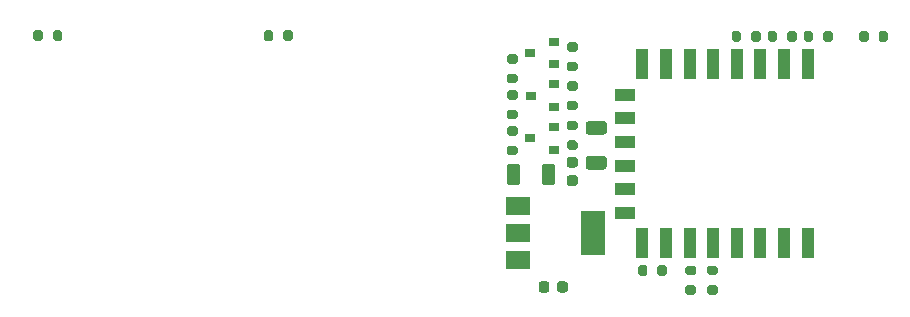
<source format=gbr>
%TF.GenerationSoftware,KiCad,Pcbnew,(5.1.9-0-10_14)*%
%TF.CreationDate,2021-01-02T21:25:14+01:00*%
%TF.ProjectId,diyscip-v2,64697973-6369-4702-9d76-322e6b696361,1.0*%
%TF.SameCoordinates,Original*%
%TF.FileFunction,Paste,Top*%
%TF.FilePolarity,Positive*%
%FSLAX46Y46*%
G04 Gerber Fmt 4.6, Leading zero omitted, Abs format (unit mm)*
G04 Created by KiCad (PCBNEW (5.1.9-0-10_14)) date 2021-01-02 21:25:14*
%MOMM*%
%LPD*%
G01*
G04 APERTURE LIST*
%ADD10R,1.000000X2.500000*%
%ADD11R,1.800000X1.000000*%
%ADD12R,2.000000X1.500000*%
%ADD13R,2.000000X3.800000*%
%ADD14R,0.900000X0.800000*%
G04 APERTURE END LIST*
%TO.C,TH1*%
G36*
G01*
X188804500Y-83672000D02*
X188804500Y-84222000D01*
G75*
G02*
X188604500Y-84422000I-200000J0D01*
G01*
X188204500Y-84422000D01*
G75*
G02*
X188004500Y-84222000I0J200000D01*
G01*
X188004500Y-83672000D01*
G75*
G02*
X188204500Y-83472000I200000J0D01*
G01*
X188604500Y-83472000D01*
G75*
G02*
X188804500Y-83672000I0J-200000D01*
G01*
G37*
G36*
G01*
X190454500Y-83672000D02*
X190454500Y-84222000D01*
G75*
G02*
X190254500Y-84422000I-200000J0D01*
G01*
X189854500Y-84422000D01*
G75*
G02*
X189654500Y-84222000I0J200000D01*
G01*
X189654500Y-83672000D01*
G75*
G02*
X189854500Y-83472000I200000J0D01*
G01*
X190254500Y-83472000D01*
G75*
G02*
X190454500Y-83672000I0J-200000D01*
G01*
G37*
%TD*%
%TO.C,R7*%
G36*
G01*
X197401500Y-84222000D02*
X197401500Y-83672000D01*
G75*
G02*
X197601500Y-83472000I200000J0D01*
G01*
X198001500Y-83472000D01*
G75*
G02*
X198201500Y-83672000I0J-200000D01*
G01*
X198201500Y-84222000D01*
G75*
G02*
X198001500Y-84422000I-200000J0D01*
G01*
X197601500Y-84422000D01*
G75*
G02*
X197401500Y-84222000I0J200000D01*
G01*
G37*
G36*
G01*
X195751500Y-84222000D02*
X195751500Y-83672000D01*
G75*
G02*
X195951500Y-83472000I200000J0D01*
G01*
X196351500Y-83472000D01*
G75*
G02*
X196551500Y-83672000I0J-200000D01*
G01*
X196551500Y-84222000D01*
G75*
G02*
X196351500Y-84422000I-200000J0D01*
G01*
X195951500Y-84422000D01*
G75*
G02*
X195751500Y-84222000I0J200000D01*
G01*
G37*
%TD*%
D10*
%TO.C,U2*%
X191388000Y-101473000D03*
X189388000Y-101473000D03*
X187388000Y-101473000D03*
X185388000Y-101473000D03*
X183388000Y-101473000D03*
X181388000Y-101473000D03*
X179388000Y-101473000D03*
X177388000Y-101473000D03*
D11*
X175888000Y-98873000D03*
X175888000Y-96873000D03*
X175888000Y-94873000D03*
X175888000Y-92873000D03*
X175888000Y-90873000D03*
X175888000Y-88873000D03*
D10*
X177388000Y-86273000D03*
X179388000Y-86273000D03*
X181388000Y-86273000D03*
X183388000Y-86273000D03*
X185388000Y-86273000D03*
X187388000Y-86273000D03*
X189388000Y-86273000D03*
X191388000Y-86273000D03*
%TD*%
%TO.C,R14*%
G36*
G01*
X145333000Y-84158500D02*
X145333000Y-83608500D01*
G75*
G02*
X145533000Y-83408500I200000J0D01*
G01*
X145933000Y-83408500D01*
G75*
G02*
X146133000Y-83608500I0J-200000D01*
G01*
X146133000Y-84158500D01*
G75*
G02*
X145933000Y-84358500I-200000J0D01*
G01*
X145533000Y-84358500D01*
G75*
G02*
X145333000Y-84158500I0J200000D01*
G01*
G37*
G36*
G01*
X146983000Y-84158500D02*
X146983000Y-83608500D01*
G75*
G02*
X147183000Y-83408500I200000J0D01*
G01*
X147583000Y-83408500D01*
G75*
G02*
X147783000Y-83608500I0J-200000D01*
G01*
X147783000Y-84158500D01*
G75*
G02*
X147583000Y-84358500I-200000J0D01*
G01*
X147183000Y-84358500D01*
G75*
G02*
X146983000Y-84158500I0J200000D01*
G01*
G37*
%TD*%
%TO.C,R12*%
G36*
G01*
X181758000Y-104160000D02*
X181208000Y-104160000D01*
G75*
G02*
X181008000Y-103960000I0J200000D01*
G01*
X181008000Y-103560000D01*
G75*
G02*
X181208000Y-103360000I200000J0D01*
G01*
X181758000Y-103360000D01*
G75*
G02*
X181958000Y-103560000I0J-200000D01*
G01*
X181958000Y-103960000D01*
G75*
G02*
X181758000Y-104160000I-200000J0D01*
G01*
G37*
G36*
G01*
X181758000Y-105810000D02*
X181208000Y-105810000D01*
G75*
G02*
X181008000Y-105610000I0J200000D01*
G01*
X181008000Y-105210000D01*
G75*
G02*
X181208000Y-105010000I200000J0D01*
G01*
X181758000Y-105010000D01*
G75*
G02*
X181958000Y-105210000I0J-200000D01*
G01*
X181958000Y-105610000D01*
G75*
G02*
X181758000Y-105810000I-200000J0D01*
G01*
G37*
%TD*%
%TO.C,R11*%
G36*
G01*
X183599500Y-104159000D02*
X183049500Y-104159000D01*
G75*
G02*
X182849500Y-103959000I0J200000D01*
G01*
X182849500Y-103559000D01*
G75*
G02*
X183049500Y-103359000I200000J0D01*
G01*
X183599500Y-103359000D01*
G75*
G02*
X183799500Y-103559000I0J-200000D01*
G01*
X183799500Y-103959000D01*
G75*
G02*
X183599500Y-104159000I-200000J0D01*
G01*
G37*
G36*
G01*
X183599500Y-105809000D02*
X183049500Y-105809000D01*
G75*
G02*
X182849500Y-105609000I0J200000D01*
G01*
X182849500Y-105209000D01*
G75*
G02*
X183049500Y-105009000I200000J0D01*
G01*
X183599500Y-105009000D01*
G75*
G02*
X183799500Y-105209000I0J-200000D01*
G01*
X183799500Y-105609000D01*
G75*
G02*
X183599500Y-105809000I-200000J0D01*
G01*
G37*
%TD*%
%TO.C,R9*%
G36*
G01*
X191852500Y-83672000D02*
X191852500Y-84222000D01*
G75*
G02*
X191652500Y-84422000I-200000J0D01*
G01*
X191252500Y-84422000D01*
G75*
G02*
X191052500Y-84222000I0J200000D01*
G01*
X191052500Y-83672000D01*
G75*
G02*
X191252500Y-83472000I200000J0D01*
G01*
X191652500Y-83472000D01*
G75*
G02*
X191852500Y-83672000I0J-200000D01*
G01*
G37*
G36*
G01*
X193502500Y-83672000D02*
X193502500Y-84222000D01*
G75*
G02*
X193302500Y-84422000I-200000J0D01*
G01*
X192902500Y-84422000D01*
G75*
G02*
X192702500Y-84222000I0J200000D01*
G01*
X192702500Y-83672000D01*
G75*
G02*
X192902500Y-83472000I200000J0D01*
G01*
X193302500Y-83472000D01*
G75*
G02*
X193502500Y-83672000I0J-200000D01*
G01*
G37*
%TD*%
%TO.C,R8*%
G36*
G01*
X186606500Y-84222000D02*
X186606500Y-83672000D01*
G75*
G02*
X186806500Y-83472000I200000J0D01*
G01*
X187206500Y-83472000D01*
G75*
G02*
X187406500Y-83672000I0J-200000D01*
G01*
X187406500Y-84222000D01*
G75*
G02*
X187206500Y-84422000I-200000J0D01*
G01*
X186806500Y-84422000D01*
G75*
G02*
X186606500Y-84222000I0J200000D01*
G01*
G37*
G36*
G01*
X184956500Y-84222000D02*
X184956500Y-83672000D01*
G75*
G02*
X185156500Y-83472000I200000J0D01*
G01*
X185556500Y-83472000D01*
G75*
G02*
X185756500Y-83672000I0J-200000D01*
G01*
X185756500Y-84222000D01*
G75*
G02*
X185556500Y-84422000I-200000J0D01*
G01*
X185156500Y-84422000D01*
G75*
G02*
X184956500Y-84222000I0J200000D01*
G01*
G37*
%TD*%
%TO.C,C3*%
G36*
G01*
X169524500Y-104906000D02*
X169524500Y-105406000D01*
G75*
G02*
X169299500Y-105631000I-225000J0D01*
G01*
X168849500Y-105631000D01*
G75*
G02*
X168624500Y-105406000I0J225000D01*
G01*
X168624500Y-104906000D01*
G75*
G02*
X168849500Y-104681000I225000J0D01*
G01*
X169299500Y-104681000D01*
G75*
G02*
X169524500Y-104906000I0J-225000D01*
G01*
G37*
G36*
G01*
X171074500Y-104906000D02*
X171074500Y-105406000D01*
G75*
G02*
X170849500Y-105631000I-225000J0D01*
G01*
X170399500Y-105631000D01*
G75*
G02*
X170174500Y-105406000I0J225000D01*
G01*
X170174500Y-104906000D01*
G75*
G02*
X170399500Y-104681000I225000J0D01*
G01*
X170849500Y-104681000D01*
G75*
G02*
X171074500Y-104906000I0J-225000D01*
G01*
G37*
%TD*%
D12*
%TO.C,U1*%
X166878000Y-98270000D03*
X166878000Y-102870000D03*
X166878000Y-100570000D03*
D13*
X173178000Y-100570000D03*
%TD*%
%TO.C,R13*%
G36*
G01*
X126638500Y-83608500D02*
X126638500Y-84158500D01*
G75*
G02*
X126438500Y-84358500I-200000J0D01*
G01*
X126038500Y-84358500D01*
G75*
G02*
X125838500Y-84158500I0J200000D01*
G01*
X125838500Y-83608500D01*
G75*
G02*
X126038500Y-83408500I200000J0D01*
G01*
X126438500Y-83408500D01*
G75*
G02*
X126638500Y-83608500I0J-200000D01*
G01*
G37*
G36*
G01*
X128288500Y-83608500D02*
X128288500Y-84158500D01*
G75*
G02*
X128088500Y-84358500I-200000J0D01*
G01*
X127688500Y-84358500D01*
G75*
G02*
X127488500Y-84158500I0J200000D01*
G01*
X127488500Y-83608500D01*
G75*
G02*
X127688500Y-83408500I200000J0D01*
G01*
X128088500Y-83408500D01*
G75*
G02*
X128288500Y-83608500I0J-200000D01*
G01*
G37*
%TD*%
%TO.C,R10*%
G36*
G01*
X177819000Y-103484000D02*
X177819000Y-104034000D01*
G75*
G02*
X177619000Y-104234000I-200000J0D01*
G01*
X177219000Y-104234000D01*
G75*
G02*
X177019000Y-104034000I0J200000D01*
G01*
X177019000Y-103484000D01*
G75*
G02*
X177219000Y-103284000I200000J0D01*
G01*
X177619000Y-103284000D01*
G75*
G02*
X177819000Y-103484000I0J-200000D01*
G01*
G37*
G36*
G01*
X179469000Y-103484000D02*
X179469000Y-104034000D01*
G75*
G02*
X179269000Y-104234000I-200000J0D01*
G01*
X178869000Y-104234000D01*
G75*
G02*
X178669000Y-104034000I0J200000D01*
G01*
X178669000Y-103484000D01*
G75*
G02*
X178869000Y-103284000I200000J0D01*
G01*
X179269000Y-103284000D01*
G75*
G02*
X179469000Y-103484000I0J-200000D01*
G01*
G37*
%TD*%
%TO.C,R6*%
G36*
G01*
X171725000Y-85237000D02*
X171175000Y-85237000D01*
G75*
G02*
X170975000Y-85037000I0J200000D01*
G01*
X170975000Y-84637000D01*
G75*
G02*
X171175000Y-84437000I200000J0D01*
G01*
X171725000Y-84437000D01*
G75*
G02*
X171925000Y-84637000I0J-200000D01*
G01*
X171925000Y-85037000D01*
G75*
G02*
X171725000Y-85237000I-200000J0D01*
G01*
G37*
G36*
G01*
X171725000Y-86887000D02*
X171175000Y-86887000D01*
G75*
G02*
X170975000Y-86687000I0J200000D01*
G01*
X170975000Y-86287000D01*
G75*
G02*
X171175000Y-86087000I200000J0D01*
G01*
X171725000Y-86087000D01*
G75*
G02*
X171925000Y-86287000I0J-200000D01*
G01*
X171925000Y-86687000D01*
G75*
G02*
X171725000Y-86887000I-200000J0D01*
G01*
G37*
%TD*%
%TO.C,R5*%
G36*
G01*
X171725000Y-88538000D02*
X171175000Y-88538000D01*
G75*
G02*
X170975000Y-88338000I0J200000D01*
G01*
X170975000Y-87938000D01*
G75*
G02*
X171175000Y-87738000I200000J0D01*
G01*
X171725000Y-87738000D01*
G75*
G02*
X171925000Y-87938000I0J-200000D01*
G01*
X171925000Y-88338000D01*
G75*
G02*
X171725000Y-88538000I-200000J0D01*
G01*
G37*
G36*
G01*
X171725000Y-90188000D02*
X171175000Y-90188000D01*
G75*
G02*
X170975000Y-89988000I0J200000D01*
G01*
X170975000Y-89588000D01*
G75*
G02*
X171175000Y-89388000I200000J0D01*
G01*
X171725000Y-89388000D01*
G75*
G02*
X171925000Y-89588000I0J-200000D01*
G01*
X171925000Y-89988000D01*
G75*
G02*
X171725000Y-90188000I-200000J0D01*
G01*
G37*
%TD*%
%TO.C,R4*%
G36*
G01*
X171725000Y-91904000D02*
X171175000Y-91904000D01*
G75*
G02*
X170975000Y-91704000I0J200000D01*
G01*
X170975000Y-91304000D01*
G75*
G02*
X171175000Y-91104000I200000J0D01*
G01*
X171725000Y-91104000D01*
G75*
G02*
X171925000Y-91304000I0J-200000D01*
G01*
X171925000Y-91704000D01*
G75*
G02*
X171725000Y-91904000I-200000J0D01*
G01*
G37*
G36*
G01*
X171725000Y-93554000D02*
X171175000Y-93554000D01*
G75*
G02*
X170975000Y-93354000I0J200000D01*
G01*
X170975000Y-92954000D01*
G75*
G02*
X171175000Y-92754000I200000J0D01*
G01*
X171725000Y-92754000D01*
G75*
G02*
X171925000Y-92954000I0J-200000D01*
G01*
X171925000Y-93354000D01*
G75*
G02*
X171725000Y-93554000I-200000J0D01*
G01*
G37*
%TD*%
%TO.C,R3*%
G36*
G01*
X166645000Y-86253000D02*
X166095000Y-86253000D01*
G75*
G02*
X165895000Y-86053000I0J200000D01*
G01*
X165895000Y-85653000D01*
G75*
G02*
X166095000Y-85453000I200000J0D01*
G01*
X166645000Y-85453000D01*
G75*
G02*
X166845000Y-85653000I0J-200000D01*
G01*
X166845000Y-86053000D01*
G75*
G02*
X166645000Y-86253000I-200000J0D01*
G01*
G37*
G36*
G01*
X166645000Y-87903000D02*
X166095000Y-87903000D01*
G75*
G02*
X165895000Y-87703000I0J200000D01*
G01*
X165895000Y-87303000D01*
G75*
G02*
X166095000Y-87103000I200000J0D01*
G01*
X166645000Y-87103000D01*
G75*
G02*
X166845000Y-87303000I0J-200000D01*
G01*
X166845000Y-87703000D01*
G75*
G02*
X166645000Y-87903000I-200000J0D01*
G01*
G37*
%TD*%
%TO.C,R2*%
G36*
G01*
X166645000Y-89300000D02*
X166095000Y-89300000D01*
G75*
G02*
X165895000Y-89100000I0J200000D01*
G01*
X165895000Y-88700000D01*
G75*
G02*
X166095000Y-88500000I200000J0D01*
G01*
X166645000Y-88500000D01*
G75*
G02*
X166845000Y-88700000I0J-200000D01*
G01*
X166845000Y-89100000D01*
G75*
G02*
X166645000Y-89300000I-200000J0D01*
G01*
G37*
G36*
G01*
X166645000Y-90950000D02*
X166095000Y-90950000D01*
G75*
G02*
X165895000Y-90750000I0J200000D01*
G01*
X165895000Y-90350000D01*
G75*
G02*
X166095000Y-90150000I200000J0D01*
G01*
X166645000Y-90150000D01*
G75*
G02*
X166845000Y-90350000I0J-200000D01*
G01*
X166845000Y-90750000D01*
G75*
G02*
X166645000Y-90950000I-200000J0D01*
G01*
G37*
%TD*%
%TO.C,R1*%
G36*
G01*
X166645000Y-92349000D02*
X166095000Y-92349000D01*
G75*
G02*
X165895000Y-92149000I0J200000D01*
G01*
X165895000Y-91749000D01*
G75*
G02*
X166095000Y-91549000I200000J0D01*
G01*
X166645000Y-91549000D01*
G75*
G02*
X166845000Y-91749000I0J-200000D01*
G01*
X166845000Y-92149000D01*
G75*
G02*
X166645000Y-92349000I-200000J0D01*
G01*
G37*
G36*
G01*
X166645000Y-93999000D02*
X166095000Y-93999000D01*
G75*
G02*
X165895000Y-93799000I0J200000D01*
G01*
X165895000Y-93399000D01*
G75*
G02*
X166095000Y-93199000I200000J0D01*
G01*
X166645000Y-93199000D01*
G75*
G02*
X166845000Y-93399000I0J-200000D01*
G01*
X166845000Y-93799000D01*
G75*
G02*
X166645000Y-93999000I-200000J0D01*
G01*
G37*
%TD*%
D14*
%TO.C,Q3*%
X167910000Y-85344000D03*
X169910000Y-84394000D03*
X169910000Y-86294000D03*
%TD*%
%TO.C,Q2*%
X167926000Y-88961000D03*
X169926000Y-88011000D03*
X169926000Y-89911000D03*
%TD*%
%TO.C,Q1*%
X167910000Y-92583000D03*
X169910000Y-91633000D03*
X169910000Y-93533000D03*
%TD*%
%TO.C,C4*%
G36*
G01*
X172831999Y-94069000D02*
X174132001Y-94069000D01*
G75*
G02*
X174382000Y-94318999I0J-249999D01*
G01*
X174382000Y-94969001D01*
G75*
G02*
X174132001Y-95219000I-249999J0D01*
G01*
X172831999Y-95219000D01*
G75*
G02*
X172582000Y-94969001I0J249999D01*
G01*
X172582000Y-94318999D01*
G75*
G02*
X172831999Y-94069000I249999J0D01*
G01*
G37*
G36*
G01*
X172831999Y-91119000D02*
X174132001Y-91119000D01*
G75*
G02*
X174382000Y-91368999I0J-249999D01*
G01*
X174382000Y-92019001D01*
G75*
G02*
X174132001Y-92269000I-249999J0D01*
G01*
X172831999Y-92269000D01*
G75*
G02*
X172582000Y-92019001I0J249999D01*
G01*
X172582000Y-91368999D01*
G75*
G02*
X172831999Y-91119000I249999J0D01*
G01*
G37*
%TD*%
%TO.C,C2*%
G36*
G01*
X171700000Y-95052000D02*
X171200000Y-95052000D01*
G75*
G02*
X170975000Y-94827000I0J225000D01*
G01*
X170975000Y-94377000D01*
G75*
G02*
X171200000Y-94152000I225000J0D01*
G01*
X171700000Y-94152000D01*
G75*
G02*
X171925000Y-94377000I0J-225000D01*
G01*
X171925000Y-94827000D01*
G75*
G02*
X171700000Y-95052000I-225000J0D01*
G01*
G37*
G36*
G01*
X171700000Y-96602000D02*
X171200000Y-96602000D01*
G75*
G02*
X170975000Y-96377000I0J225000D01*
G01*
X170975000Y-95927000D01*
G75*
G02*
X171200000Y-95702000I225000J0D01*
G01*
X171700000Y-95702000D01*
G75*
G02*
X171925000Y-95927000I0J-225000D01*
G01*
X171925000Y-96377000D01*
G75*
G02*
X171700000Y-96602000I-225000J0D01*
G01*
G37*
%TD*%
%TO.C,C1*%
G36*
G01*
X168872000Y-96281001D02*
X168872000Y-94980999D01*
G75*
G02*
X169121999Y-94731000I249999J0D01*
G01*
X169772001Y-94731000D01*
G75*
G02*
X170022000Y-94980999I0J-249999D01*
G01*
X170022000Y-96281001D01*
G75*
G02*
X169772001Y-96531000I-249999J0D01*
G01*
X169121999Y-96531000D01*
G75*
G02*
X168872000Y-96281001I0J249999D01*
G01*
G37*
G36*
G01*
X165922000Y-96281001D02*
X165922000Y-94980999D01*
G75*
G02*
X166171999Y-94731000I249999J0D01*
G01*
X166822001Y-94731000D01*
G75*
G02*
X167072000Y-94980999I0J-249999D01*
G01*
X167072000Y-96281001D01*
G75*
G02*
X166822001Y-96531000I-249999J0D01*
G01*
X166171999Y-96531000D01*
G75*
G02*
X165922000Y-96281001I0J249999D01*
G01*
G37*
%TD*%
M02*

</source>
